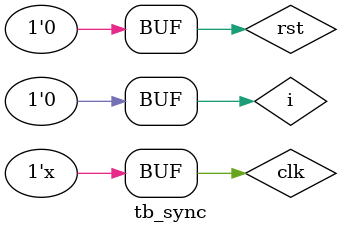
<source format=v>
`timescale 1ns / 1ps


module tb_sync(

    );
    
    reg clk;
    reg rst;
    reg i;
    wire o;
    
    sync#(.LEVEL(4),.RST_V(0)) dut(.clk(clk),.rst(rst),.i(i),.o(o));
    always #10 clk = ~clk;
    
    initial begin
        clk = 0;
        
        #105
            rst = 1;
            i = 1;
        #100
            rst = 0;
        #100
            i = 0;
            #100
            i = 0;
    end
            
    
    
endmodule

</source>
